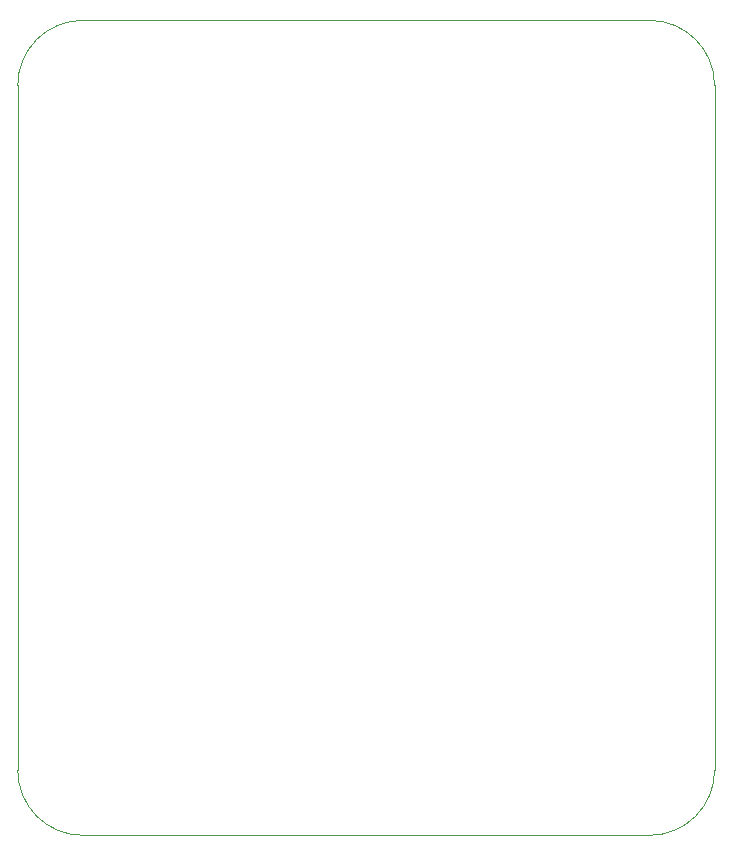
<source format=gm1>
G04 #@! TF.GenerationSoftware,KiCad,Pcbnew,8.0.5-8.0.5-0~ubuntu22.04.1*
G04 #@! TF.CreationDate,2024-09-10T12:36:33+10:00*
G04 #@! TF.ProjectId,Fire_Sytem_10,46697265-5f53-4797-9465-6d5f31302e6b,rev?*
G04 #@! TF.SameCoordinates,Original*
G04 #@! TF.FileFunction,Profile,NP*
%FSLAX46Y46*%
G04 Gerber Fmt 4.6, Leading zero omitted, Abs format (unit mm)*
G04 Created by KiCad (PCBNEW 8.0.5-8.0.5-0~ubuntu22.04.1) date 2024-09-10 12:36:33*
%MOMM*%
%LPD*%
G01*
G04 APERTURE LIST*
G04 #@! TA.AperFunction,Profile*
%ADD10C,0.050000*%
G04 #@! TD*
G04 APERTURE END LIST*
D10*
X155000000Y-69500000D02*
X158000000Y-69500000D01*
X163500000Y-133000000D02*
G75*
G02*
X158000000Y-138500000I-5500000J0D01*
G01*
X110000000Y-138500000D02*
G75*
G02*
X104500000Y-133000000I0J5500000D01*
G01*
X163500000Y-75000000D02*
X163500000Y-133000000D01*
X104500000Y-75000000D02*
X104500000Y-133000000D01*
X158000000Y-138500000D02*
X110000000Y-138500000D01*
X104500000Y-75000000D02*
G75*
G02*
X110000000Y-69500000I5500000J0D01*
G01*
X110000000Y-69500000D02*
X155000000Y-69500000D01*
X158000000Y-69500000D02*
G75*
G02*
X163500000Y-75000000I0J-5500000D01*
G01*
M02*

</source>
